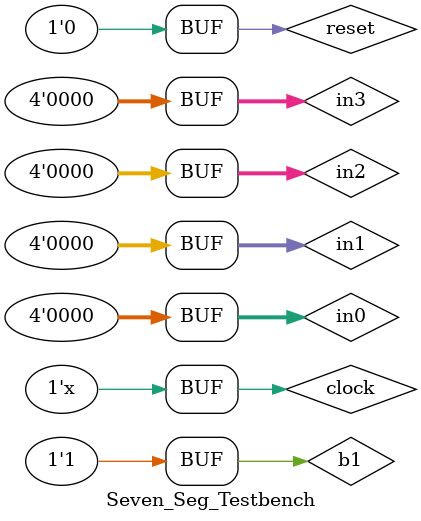
<source format=v>
`timescale 1ns / 1ps


module Seven_Seg_Testbench(
    );

    reg clock, reset, b1;
    reg [3:0] in0, in1, in2, in3;  //the 4 inputs for each display
    wire a, b, c, d, e, f, g, dp; //the individual LED output for the seven segment along with the digital point
    wire [3:0] an;   // the 4 bit enable signal

    Seven_Seg_Mult UUT (clock, reset, in0, in1, in2, in3, b1, a, b, c, d, e, f, g, dp, an);

    initial begin
        clock = 0;
        reset = 0;
        in0 = 0;
        in1 = 0;
        in2 = 0;
        in3 = 0;

        #100;

        b1 = 1;


    end

    always begin
    #5 clock =~ clock;
    end

endmodule

</source>
